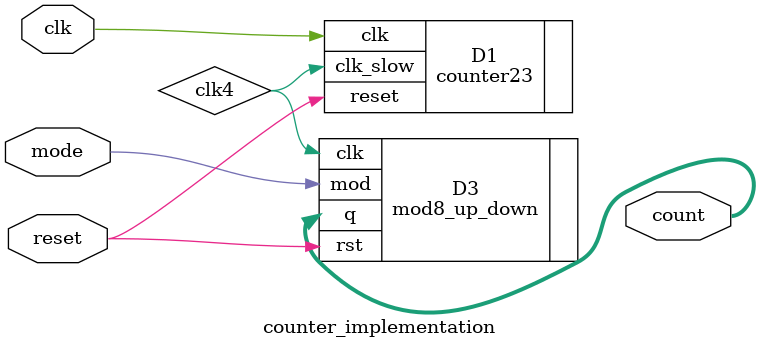
<source format=v>
module counter_implementation ( clk, reset,mode,count);
input clk, reset,mode;
output [3:0] count;
wire clk4;

counter23 D1(.clk(clk),.reset(reset), .clk_slow (clk4));
//counter4  D2 (.count(count),.clock(clk4),.Reset(reset));
mod8_up_down D3(.q(count),.mod(mode),.clk(clk4), .rst(reset));

endmodule
</source>
